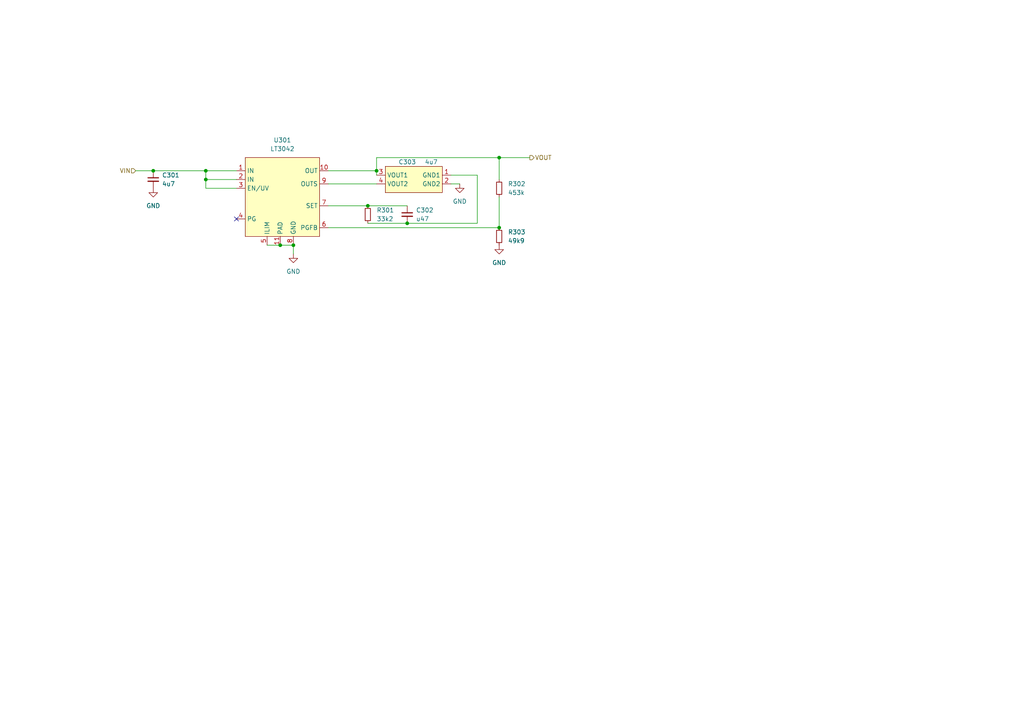
<source format=kicad_sch>
(kicad_sch (version 20211123) (generator eeschema)
  (paper "A4")
  (title_block (title "ES9033 DAC prototype") (date "2022-09-09") (rev "0.1") (company "Fabian Muehlberger "))
  (lib_symbols
    (symbol "Device:C_Small" (pin_numbers hide) (pin_names (offset 0.254) hide)
      (property "Reference" "C" (at 0.254 1.778 0))
      (property "Value" "C_Small" (at 0.254 -2.032 0))
      (symbol "C_Small_0_1"
        (polyline (pts (xy -1.524 -0.508) (xy 1.524 -0.508)) (stroke (width 0.3302)))
        (polyline (pts (xy -1.524 0.508) (xy 1.524 0.508)) (stroke (width 0.3048)))
      )
      (symbol "C_Small_1_1"
        (pin passive line (at 0 2.54 270) (length 2.032) (name "~") (number "1"))
        (pin passive line (at 0 -2.54 90) (length 2.032) (name "~") (number "2"))
      )
    )
    (symbol "Device:R_Small" (pin_numbers hide) (pin_names (offset 0.254) hide)
      (property "Reference" "R" (at 0.762 0.508 0))
      (property "Value" "R_Small" (at 0.762 -1.016 0))
      (symbol "R_Small_0_1"
        (rectangle (start -0.762 1.778) (end 0.762 -1.778) (stroke (width 0.2032)))
      )
      (symbol "R_Small_1_1"
        (pin passive line (at 0 2.54 270) (length 0.762) (name "~") (number "1"))
        (pin passive line (at 0 -2.54 90) (length 0.762) (name "~") (number "2"))
      )
    )
    (symbol "power:GND" (power) (pin_names (offset 0))
      (property "Value" "GND" (at 0 -3.81 0))
      (symbol "GND_0_1"
        (polyline (pts (xy 0 0) (xy 0 -1.27) (xy 1.27 -1.27) (xy 0 -2.54) (xy -1.27 -1.27) (xy 0 -1.27)))
      )
      (symbol "GND_1_1"
        (pin power_in line (at 0 0 270) (length 0) hide (name "GND") (number "1"))
      )
    )
    (symbol "project_lib:LT3042"
      (property "Reference" "U" (at 0 0 0))
      (property "Value" "LT3042" (at 0 2.54 0))
      (symbol "LT3042_0_1"
        (rectangle (start -10.16 12.7) (end 11.43 -10.16) (fill (type background)))
      )
      (symbol "LT3042_1_1"
        (pin power_in line (at -12.7 8.89 0) (length 2.54) (name "IN") (number "1"))
        (pin power_out line (at 13.97 8.89 180) (length 2.54) (name "OUT") (number "10"))
        (pin power_in line (at 0 -12.7 90) (length 2.54) (name "PAD") (number "11"))
        (pin power_in line (at -12.7 6.35 0) (length 2.54) (name "IN") (number "2"))
        (pin input line (at -12.7 3.81 0) (length 2.54) (name "EN/UV") (number "3"))
        (pin output line (at -12.7 -5.08 0) (length 2.54) (name "PG") (number "4"))
        (pin input line (at -3.81 -12.7 90) (length 2.54) (name "ILIM") (number "5"))
        (pin input line (at 13.97 -7.62 180) (length 2.54) (name "PGFB") (number "6"))
        (pin input line (at 13.97 -1.27 180) (length 2.54) (name "SET") (number "7"))
        (pin power_in line (at 3.81 -12.7 90) (length 2.54) (name "GND") (number "8"))
        (pin input line (at 13.97 5.08 180) (length 2.54) (name "OUTS") (number "9"))
      )
    )
    (symbol "project_lib:cap_split"
      (property "Reference" "U" (at -5.08 12.7 0))
      (property "Value" "cap_split" (at -11.43 13.97 0))
      (symbol "cap_split_0_1"
        (rectangle (start -7.62 3.81) (end 8.89 -3.81) (fill (type background)))
      )
      (symbol "cap_split_1_1"
        (pin power_in line (at 11.43 1.27 180) (length 2.54) (name "GND1") (number "1"))
        (pin power_in line (at 11.43 -1.27 180) (length 2.54) (name "GND2") (number "2"))
        (pin power_in line (at -10.16 1.27 0) (length 2.54) (name "VOUT1") (number "3"))
        (pin power_in line (at -10.16 -1.27 0) (length 2.54) (name "VOUT2") (number "4"))
      )
    )
  )
  (junction (at 118.11 64.77))
  (junction (at 81.28 71.12))
  (junction (at 144.78 45.72))
  (junction (at 44.45 49.53))
  (junction (at 59.69 49.53))
  (junction (at 106.68 59.69))
  (junction (at 59.69 52.07))
  (junction (at 85.09 71.12))
  (junction (at 109.22 49.53))
  (junction (at 144.78 66.04))
  (no_connect (at 68.58 63.5))
  (wire (pts (xy 109.22 45.72) (xy 144.78 45.72)))
  (wire (pts (xy 95.25 53.34) (xy 109.22 53.34)))
  (wire (pts (xy 59.69 49.53) (xy 68.58 49.53)))
  (wire (pts (xy 138.43 50.8) (xy 138.43 64.77)))
  (wire (pts (xy 95.25 59.69) (xy 106.68 59.69)))
  (wire (pts (xy 144.78 57.15) (xy 144.78 66.04)))
  (wire (pts (xy 77.47 71.12) (xy 81.28 71.12)))
  (wire (pts (xy 95.25 49.53) (xy 109.22 49.53)))
  (wire (pts (xy 118.11 59.69) (xy 106.68 59.69)))
  (wire (pts (xy 138.43 50.8) (xy 130.81 50.8)))
  (wire (pts (xy 144.78 52.07) (xy 144.78 45.72)))
  (wire (pts (xy 81.28 71.12) (xy 85.09 71.12)))
  (wire (pts (xy 44.45 49.53) (xy 59.69 49.53)))
  (wire (pts (xy 109.22 49.53) (xy 109.22 50.8)))
  (wire (pts (xy 95.25 66.04) (xy 144.78 66.04)))
  (wire (pts (xy 118.11 64.77) (xy 106.68 64.77)))
  (wire (pts (xy 130.81 53.34) (xy 133.35 53.34)))
  (wire (pts (xy 109.22 49.53) (xy 109.22 45.72)))
  (wire (pts (xy 144.78 45.72) (xy 153.67 45.72)))
  (wire (pts (xy 59.69 52.07) (xy 59.69 54.61)))
  (wire (pts (xy 68.58 54.61) (xy 59.69 54.61)))
  (wire (pts (xy 59.69 52.07) (xy 59.69 49.53)))
  (wire (pts (xy 39.37 49.53) (xy 44.45 49.53)))
  (wire (pts (xy 59.69 52.07) (xy 68.58 52.07)))
  (wire (pts (xy 118.11 64.77) (xy 138.43 64.77)))
  (wire (pts (xy 85.09 73.66) (xy 85.09 71.12)))
  (hierarchical_label "VOUT" (shape output) (at 153.67 45.72 0))
  (hierarchical_label "VIN" (shape input) (at 39.37 49.53 180))
  (symbol (lib_id "Device:C_Small") (at 118.11 62.23 0) (unit 1)
    (property "Reference" "C302" (at 120.65 60.96 0) (effects (justify left)))
    (property "Value" "u47" (at 120.65 63.5 0) (effects (justify left)))
    (property "Footprint" "Capacitor_SMD:C_1206_3216Metric" (effects hide))
  )
  (symbol (lib_id "Device:R_Small") (at 144.78 54.61 0) (unit 1)
    (property "Reference" "R302" (at 147.32 53.3399 0) (effects (justify left)))
    (property "Value" "453k" (at 147.32 55.8799 0) (effects (justify left)))
    (property "Footprint" "Resistor_SMD:R_0805_2012Metric" (effects hide))
  )
  (symbol (lib_id "power:GND") (at 85.09 73.66 0) (unit 1)
    (property "Reference" "#PWR0302" (effects hide))
    (property "Value" "GND" (at 85.09 78.74 0))
  )
  (symbol (lib_id "power:GND") (at 144.78 71.12 0) (unit 1)
    (property "Reference" "#PWR0304" (effects hide))
    (property "Value" "GND" (at 144.78 76.2 0))
  )
  (symbol (lib_id "project_lib:LT3042") (at 81.28 58.42 0) (unit 1)
    (property "Reference" "U301" (at 81.915 40.64 0))
    (property "Value" "LT3042" (at 81.915 43.18 0))
    (property "Footprint" "Package_DFN_QFN:DFN-10-1EP_3x3mm_P0.5mm_EP1.7x2.5mm" (effects hide))
  )
  (symbol (lib_id "power:GND") (at 44.45 54.61 0) (unit 1)
    (property "Reference" "#PWR0301" (effects hide))
    (property "Value" "GND" (at 44.45 59.69 0))
  )
  (symbol (lib_id "power:GND") (at 133.35 53.34 0) (unit 1)
    (property "Reference" "#PWR0303" (effects hide))
    (property "Value" "GND" (at 133.35 58.42 0))
  )
  (symbol (lib_id "Device:C_Small") (at 44.45 52.07 0) (unit 1)
    (property "Reference" "C301" (at 46.99 50.8062 0) (effects (justify left)))
    (property "Value" "4u7" (at 46.99 53.3462 0) (effects (justify left)))
    (property "Footprint" "Capacitor_SMD:C_1206_3216Metric" (effects hide))
  )
  (symbol (lib_id "Device:R_Small") (at 144.78 68.58 0) (unit 1)
    (property "Reference" "R303" (at 147.32 67.3099 0) (effects (justify left)))
    (property "Value" "49k9" (at 147.32 69.8499 0) (effects (justify left)))
    (property "Footprint" "Resistor_SMD:R_0805_2012Metric" (effects hide))
  )
  (symbol (lib_id "Device:R_Small") (at 106.68 62.23 0) (unit 1)
    (property "Reference" "R301" (at 109.22 60.9599 0) (effects (justify left)))
    (property "Value" "33k2" (at 109.22 63.4999 0) (effects (justify left)))
    (property "Footprint" "Resistor_SMD:R_0805_2012Metric" (effects hide))
  )
  (symbol (lib_id "project_lib:cap_split") (at 119.38 52.07 0) (unit 1)
    (property "Reference" "C303" (at 115.57 46.99 0) (effects (justify left)))
    (property "Value" "4u7" (at 123.19 46.99 0) (effects (justify left)))
    (property "Footprint" "project_lib:1206_split" (effects hide))
  )
)
</source>
